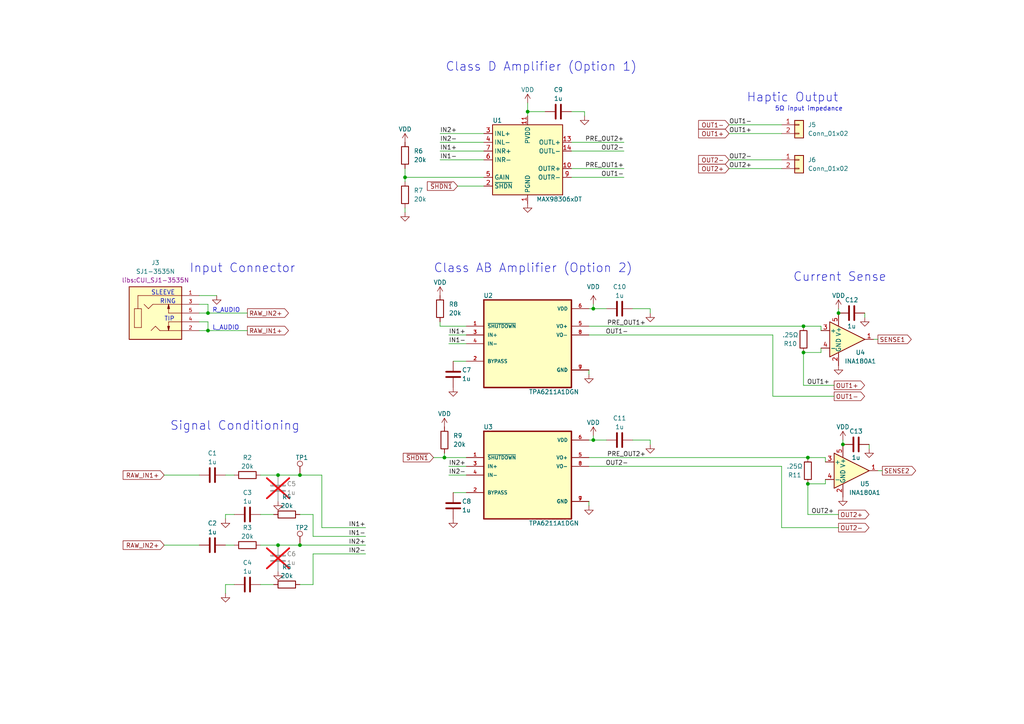
<source format=kicad_sch>
(kicad_sch (version 20231120) (generator "eeschema") (generator_version "8.0")
  (paper "A4")
  (lib_symbols
    (symbol "Amplifier_Audio:MAX98306xDT"
      (property "Reference" "U" (at 10.16 14.605 0))
      (property "Value" "MAX98306xDT" (at 10.16 12.065 0))
      (symbol "MAX98306xDT_0_1"
        (rectangle (start -10.16 10.16) (end 10.16 -10.16) (stroke (width 0.254)) (fill (type background)))
      )
      (symbol "MAX98306xDT_1_1"
        (pin power_in line (at 0 -12.7 90) (length 2.54) (name "PGND") (number "1"))
        (pin power_out line (at 12.7 -2.54 180) (length 2.54) (name "OUTR+") (number "10"))
        (pin power_in line (at 0 12.7 270) (length 2.54) (name "PVDD") (number "11"))
        (pin passive line (at 0 12.7 270) (length 2.54) hide (name "PVDD") (number "12"))
        (pin power_out line (at 12.7 5.08 180) (length 2.54) (name "OUTL+") (number "13"))
        (pin power_out line (at 12.7 2.54 180) (length 2.54) (name "OUTL-") (number "14"))
        (pin passive line (at 0 -12.7 90) (length 2.54) hide (name "PGND") (number "15"))
        (pin input line (at -12.7 -7.62 0) (length 2.54) (name "~{SHDN}") (number "2"))
        (pin input line (at -12.7 7.62 0) (length 2.54) (name "INL+") (number "3"))
        (pin input line (at -12.7 5.08 0) (length 2.54) (name "INL-") (number "4"))
        (pin input line (at -12.7 -5.08 0) (length 2.54) (name "GAIN") (number "5"))
        (pin input line (at -12.7 0 0) (length 2.54) (name "INR-") (number "6"))
        (pin input line (at -12.7 2.54 0) (length 2.54) (name "INR+") (number "7"))
        (pin passive line (at 0 -12.7 90) (length 2.54) hide (name "PGND") (number "8"))
        (pin power_out line (at 12.7 -5.08 180) (length 2.54) (name "OUTR-") (number "9"))
      )
    )
    (symbol "Amplifier_Current:INA180A1" (pin_names (offset 0.127))
      (property "Reference" "U" (at 3.81 3.81 0))
      (property "Value" "INA180A1" (at 3.81 -2.54 0))
      (symbol "INA180A1_0_1"
        (polyline (pts (xy 5.08 0) (xy -5.08 5.08) (xy -5.08 -5.08) (xy 5.08 0)) (stroke (width 0.254)) (fill (type background)))
      )
      (symbol "INA180A1_1_1"
        (pin output line (at 7.62 0 180) (length 2.54) (name "~") (number "1"))
        (pin power_in line (at -2.54 -7.62 90) (length 3.81) (name "GND") (number "2"))
        (pin input line (at -7.62 2.54 0) (length 2.54) (name "+") (number "3"))
        (pin input line (at -7.62 -2.54 0) (length 2.54) (name "-") (number "4"))
        (pin power_in line (at -2.54 7.62 270) (length 3.81) (name "V+") (number "5"))
      )
    )
    (symbol "Connector:TestPoint" (pin_numbers hide) (pin_names (offset 0.762) hide)
      (property "Reference" "TP" (at 0 6.858 0))
      (property "Value" "TestPoint" (at 0 5.08 0))
      (symbol "TestPoint_0_1"
        (circle (center 0 3.302) (radius 0.762))
      )
      (symbol "TestPoint_1_1"
        (pin passive line (at 0 0 90) (length 2.54) (name "1") (number "1"))
      )
    )
    (symbol "Connector_Generic:Conn_01x02" (pin_names (offset 1.016) hide)
      (property "Reference" "J" (at 0 2.54 0))
      (property "Value" "Conn_01x02" (at 0 -5.08 0))
      (symbol "Conn_01x02_1_1"
        (rectangle (start -1.27 -2.413) (end 0 -2.667) (stroke (width 0.1524)))
        (rectangle (start -1.27 0.127) (end 0 -0.127) (stroke (width 0.1524)))
        (rectangle (start -1.27 1.27) (end 1.27 -3.81) (stroke (width 0.254)) (fill (type background)))
        (pin passive line (at -5.08 0 0) (length 3.81) (name "Pin_1") (number "1"))
        (pin passive line (at -5.08 -2.54 0) (length 3.81) (name "Pin_2") (number "2"))
      )
    )
    (symbol "Device:C" (pin_numbers hide) (pin_names (offset 0.254))
      (property "Reference" "C" (at 0.635 2.54 0))
      (property "Value" "C" (at 0.635 -2.54 0))
      (symbol "C_0_1"
        (polyline (pts (xy -2.032 -0.762) (xy 2.032 -0.762)) (stroke (width 0.508)))
        (polyline (pts (xy -2.032 0.762) (xy 2.032 0.762)) (stroke (width 0.508)))
      )
      (symbol "C_1_1"
        (pin passive line (at 0 3.81 270) (length 2.794) (name "~") (number "1"))
        (pin passive line (at 0 -3.81 90) (length 2.794) (name "~") (number "2"))
      )
    )
    (symbol "Device:R" (pin_numbers hide) (pin_names (offset 0))
      (property "Reference" "R" (at 2.032 0 90))
      (property "Value" "R" (at 0 0 90))
      (symbol "R_0_1"
        (rectangle (start -1.016 -2.54) (end 1.016 2.54) (stroke (width 0.254)))
      )
      (symbol "R_1_1"
        (pin passive line (at 0 3.81 270) (length 1.27) (name "~") (number "1"))
        (pin passive line (at 0 -3.81 90) (length 1.27) (name "~") (number "2"))
      )
    )
    (symbol "SJ1-3535N:SJ1-3535N" (pin_names (offset 1.016))
      (property "Reference" "J" (at -7.62 8.382 0))
      (property "Value" "SJ1-3535N" (at -7.62 -10.16 0))
      (symbol "SJ1-3535N_0_0"
        (rectangle (start -7.62 -7.62) (end 7.62 7.62) (stroke (width 0.254)) (fill (type background)))
        (polyline (pts (xy -6.096 -4.191) (xy -6.096 1.27)) (stroke (width 0.1524)))
        (polyline (pts (xy -6.096 1.27) (xy -5.08 1.27)) (stroke (width 0.1524)))
        (polyline (pts (xy -5.08 1.27) (xy -4.064 1.27)) (stroke (width 0.1524)))
        (polyline (pts (xy -5.08 5.08) (xy -5.08 1.27)) (stroke (width 0.1524)))
        (polyline (pts (xy -4.064 -4.191) (xy -6.096 -4.191)) (stroke (width 0.1524)))
        (polyline (pts (xy -4.064 1.27) (xy -4.064 -4.191)) (stroke (width 0.1524)))
        (polyline (pts (xy -2.032 1.27) (xy -3.302 2.54)) (stroke (width 0.1524)))
        (polyline (pts (xy -0.762 2.54) (xy -2.032 1.27)) (stroke (width 0.1524)))
        (polyline (pts (xy 0 -3.81) (xy -1.27 -5.08)) (stroke (width 0.1524)))
        (polyline (pts (xy 1.27 -5.08) (xy 0 -3.81)) (stroke (width 0.1524)))
        (polyline (pts (xy 3.81 -5.08) (xy 1.27 -5.08)) (stroke (width 0.1524)))
        (polyline (pts (xy 3.81 -5.08) (xy 3.81 -2.54)) (stroke (width 0.1524)))
        (polyline (pts (xy 3.81 0) (xy 3.81 2.54)) (stroke (width 0.1524)))
        (polyline (pts (xy 3.81 2.54) (xy -0.762 2.54)) (stroke (width 0.1524)))
        (polyline (pts (xy 7.62 -5.08) (xy 3.81 -5.08)) (stroke (width 0.1524)))
        (polyline (pts (xy 7.62 -2.54) (xy 3.81 -2.54)) (stroke (width 0.1524)))
        (polyline (pts (xy 7.62 0) (xy 3.81 0)) (stroke (width 0.1524)))
        (polyline (pts (xy 7.62 2.54) (xy 3.81 2.54)) (stroke (width 0.1524)))
        (polyline (pts (xy 7.62 5.08) (xy -5.08 5.08)) (stroke (width 0.1524)))
        (polyline (pts (xy 3.81 -5.08) (xy 3.4925 -3.81) (xy 4.1275 -3.81) (xy 3.81 -5.08)) (stroke (width 0.1524)) (fill (type outline)))
        (polyline (pts (xy 3.81 2.54) (xy 4.1275 1.27) (xy 3.4925 1.27) (xy 3.81 2.54)) (stroke (width 0.1524)) (fill (type outline)))
        (pin passive line (at 12.7 5.08 180) (length 5.08) (name "~") (number "1"))
        (pin passive line (at 12.7 -5.08 180) (length 5.08) (name "~") (number "2"))
        (pin passive line (at 12.7 2.54 180) (length 5.08) (name "~") (number "3"))
        (pin passive line (at 12.7 -2.54 180) (length 5.08) (name "~") (number "4"))
        (pin passive line (at 12.7 0 180) (length 5.08) (name "~") (number "5"))
      )
    )
    (symbol "TPA6211A1DGN:TPA6211A1DGN" (pin_names (offset 1.016))
      (property "Reference" "U" (at -12.7 13.7 0))
      (property "Value" "TPA6211A1DGN" (at -12.7 -16.7 0))
      (symbol "TPA6211A1DGN_0_0"
        (rectangle (start -12.7 -12.7) (end 12.7 12.7) (stroke (width 0.41)) (fill (type background)))
        (pin input line (at -17.78 5.08 0) (length 5.08) (name "~{SHUTDOWN}") (number "1"))
        (pin bidirectional line (at -17.78 -5.08 0) (length 5.08) (name "BYPASS") (number "2"))
        (pin input line (at -17.78 2.54 0) (length 5.08) (name "IN+") (number "3"))
        (pin input line (at -17.78 0 0) (length 5.08) (name "IN-") (number "4"))
        (pin output line (at 17.78 5.08 180) (length 5.08) (name "VO+") (number "5"))
        (pin power_in line (at 17.78 10.16 180) (length 5.08) (name "VDD") (number "6"))
        (pin power_in line (at 17.78 -7.62 180) (length 5.08) (name "GND") (number "7"))
        (pin output line (at 17.78 2.54 180) (length 5.08) (name "VO-") (number "8"))
        (pin power_in line (at 17.78 -7.62 180) (length 5.08) (name "GND") (number "9"))
      )
    )
    (symbol "power:GND" (power) (pin_names (offset 0))
      (property "Value" "GND" (at 0 -3.81 0))
      (symbol "GND_0_1"
        (polyline (pts (xy 0 0) (xy 0 -1.27) (xy 1.27 -1.27) (xy 0 -2.54) (xy -1.27 -1.27) (xy 0 -1.27)))
      )
      (symbol "GND_1_1"
        (pin power_in line (at 0 0 270) (length 0) hide (name "GND") (number "1"))
      )
    )
    (symbol "power:VDD" (power) (pin_names (offset 0))
      (property "Value" "VDD" (at 0 3.81 0))
      (symbol "VDD_0_1"
        (polyline (pts (xy -0.762 1.27) (xy 0 2.54)))
        (polyline (pts (xy 0 0) (xy 0 2.54)))
        (polyline (pts (xy 0 2.54) (xy 0.762 1.27)))
      )
      (symbol "VDD_1_1"
        (pin power_in line (at 0 0 90) (length 0) hide (name "VDD") (number "1"))
      )
    )
  )
  (junction (at 86.995 158.115))
  (junction (at 60.325 90.805))
  (junction (at 233.045 94.615))
  (junction (at 80.645 158.115))
  (junction (at 244.475 128.905))
  (junction (at 172.085 127.635))
  (junction (at 172.085 89.535))
  (junction (at 128.905 132.715))
  (junction (at 153.035 32.385))
  (junction (at 243.205 90.805))
  (junction (at 234.315 140.335))
  (junction (at 80.645 137.795))
  (junction (at 86.995 137.795))
  (junction (at 233.045 102.235))
  (junction (at 60.325 95.885))
  (junction (at 117.475 51.435))
  (junction (at 234.315 132.715))
  (wire (pts (xy 255.905 136.525) (xy 254.635 136.525)))
  (wire (pts (xy 211.455 36.195) (xy 226.695 36.195)))
  (wire (pts (xy 188.595 89.535) (xy 183.515 89.535)))
  (wire (pts (xy 233.045 102.235) (xy 238.125 102.235)))
  (wire (pts (xy 165.735 41.275) (xy 180.975 41.275)))
  (wire (pts (xy 57.785 90.805) (xy 60.325 90.805)))
  (wire (pts (xy 47.625 158.115) (xy 57.785 158.115)))
  (wire (pts (xy 86.995 137.795) (xy 80.645 137.795)))
  (wire (pts (xy 170.815 135.255) (xy 226.695 135.255)))
  (wire (pts (xy 172.085 89.535) (xy 170.815 89.535)))
  (wire (pts (xy 75.565 137.795) (xy 80.645 137.795)))
  (wire (pts (xy 243.205 89.535) (xy 243.205 90.805)))
  (wire (pts (xy 188.595 127.635) (xy 183.515 127.635)))
  (wire (pts (xy 65.405 158.115) (xy 67.945 158.115)))
  (wire (pts (xy 238.125 95.885) (xy 238.125 94.615)))
  (wire (pts (xy 57.785 93.345) (xy 60.325 93.345)))
  (wire (pts (xy 93.345 153.035) (xy 93.345 137.795)))
  (wire (pts (xy 86.995 149.225) (xy 90.805 149.225)))
  (wire (pts (xy 211.455 46.355) (xy 226.695 46.355)))
  (wire (pts (xy 60.325 90.805) (xy 71.755 90.805)))
  (wire (pts (xy 252.095 128.905) (xy 252.095 130.175)))
  (wire (pts (xy 127.635 94.615) (xy 127.635 93.345)))
  (wire (pts (xy 65.405 137.795) (xy 67.945 137.795)))
  (wire (pts (xy 169.545 32.385) (xy 169.545 33.655)))
  (wire (pts (xy 57.785 85.725) (xy 62.865 85.725)))
  (wire (pts (xy 90.805 160.655) (xy 90.805 169.545)))
  (wire (pts (xy 75.565 149.225) (xy 79.375 149.225)))
  (wire (pts (xy 117.475 48.895) (xy 117.475 51.435)))
  (wire (pts (xy 80.645 158.115) (xy 86.995 158.115)))
  (wire (pts (xy 238.125 102.235) (xy 238.125 100.965)))
  (wire (pts (xy 65.405 172.085) (xy 65.405 169.545)))
  (wire (pts (xy 153.035 32.385) (xy 158.115 32.385)))
  (wire (pts (xy 250.825 90.805) (xy 250.825 92.075)))
  (wire (pts (xy 226.695 135.255) (xy 226.695 153.035)))
  (wire (pts (xy 128.905 132.715) (xy 135.255 132.715)))
  (wire (pts (xy 239.395 140.335) (xy 239.395 139.065)))
  (wire (pts (xy 90.805 155.575) (xy 90.805 149.225)))
  (wire (pts (xy 188.595 90.805) (xy 188.595 89.535)))
  (wire (pts (xy 188.595 128.905) (xy 188.595 127.635)))
  (wire (pts (xy 60.325 95.885) (xy 71.755 95.885)))
  (wire (pts (xy 243.205 149.225) (xy 234.315 149.225)))
  (wire (pts (xy 170.815 107.315) (xy 170.815 108.585)))
  (wire (pts (xy 127.635 38.735) (xy 140.335 38.735)))
  (wire (pts (xy 224.155 114.935) (xy 241.935 114.935)))
  (wire (pts (xy 65.405 149.225) (xy 67.945 149.225)))
  (wire (pts (xy 234.315 149.225) (xy 234.315 140.335)))
  (wire (pts (xy 233.045 111.76) (xy 233.045 102.235)))
  (wire (pts (xy 127.635 43.815) (xy 140.335 43.815)))
  (wire (pts (xy 130.175 99.695) (xy 135.255 99.695)))
  (wire (pts (xy 233.045 94.615) (xy 238.125 94.615)))
  (wire (pts (xy 211.455 48.895) (xy 226.695 48.895)))
  (wire (pts (xy 239.395 133.985) (xy 239.395 132.715)))
  (wire (pts (xy 224.155 97.155) (xy 224.155 114.935)))
  (wire (pts (xy 117.475 61.595) (xy 117.475 60.325)))
  (wire (pts (xy 172.085 127.635) (xy 175.895 127.635)))
  (wire (pts (xy 117.475 51.435) (xy 117.475 52.705)))
  (wire (pts (xy 60.325 93.345) (xy 60.325 95.885)))
  (wire (pts (xy 172.085 126.365) (xy 172.085 127.635)))
  (wire (pts (xy 244.475 127.635) (xy 244.475 128.905)))
  (wire (pts (xy 170.815 94.615) (xy 233.045 94.615)))
  (wire (pts (xy 127.635 41.275) (xy 140.335 41.275)))
  (wire (pts (xy 165.735 48.895) (xy 180.975 48.895)))
  (wire (pts (xy 86.995 158.115) (xy 106.045 158.115)))
  (wire (pts (xy 65.405 169.545) (xy 67.945 169.545)))
  (wire (pts (xy 86.995 137.795) (xy 93.345 137.795)))
  (wire (pts (xy 165.735 32.385) (xy 169.545 32.385)))
  (wire (pts (xy 211.455 38.735) (xy 226.695 38.735)))
  (wire (pts (xy 165.735 43.815) (xy 180.975 43.815)))
  (wire (pts (xy 47.625 137.795) (xy 57.785 137.795)))
  (wire (pts (xy 128.905 131.445) (xy 128.905 132.715)))
  (wire (pts (xy 233.045 111.76) (xy 241.935 111.76)))
  (wire (pts (xy 130.175 137.795) (xy 135.255 137.795)))
  (wire (pts (xy 132.715 53.975) (xy 140.335 53.975)))
  (wire (pts (xy 170.815 132.715) (xy 234.315 132.715)))
  (wire (pts (xy 172.085 127.635) (xy 170.815 127.635)))
  (wire (pts (xy 79.375 169.545) (xy 75.565 169.545)))
  (wire (pts (xy 170.815 97.155) (xy 224.155 97.155)))
  (wire (pts (xy 131.445 142.875) (xy 135.255 142.875)))
  (wire (pts (xy 127.635 46.355) (xy 140.335 46.355)))
  (wire (pts (xy 117.475 51.435) (xy 140.335 51.435)))
  (wire (pts (xy 172.085 89.535) (xy 175.895 89.535)))
  (wire (pts (xy 125.73 132.715) (xy 128.905 132.715)))
  (wire (pts (xy 153.035 29.845) (xy 153.035 32.385)))
  (wire (pts (xy 170.815 145.415) (xy 170.815 146.685)))
  (wire (pts (xy 127.635 94.615) (xy 135.255 94.615)))
  (wire (pts (xy 131.445 104.775) (xy 135.255 104.775)))
  (wire (pts (xy 130.175 135.255) (xy 135.255 135.255)))
  (wire (pts (xy 90.805 160.655) (xy 106.045 160.655)))
  (wire (pts (xy 57.785 88.265) (xy 60.325 88.265)))
  (wire (pts (xy 75.565 158.115) (xy 80.645 158.115)))
  (wire (pts (xy 172.085 88.265) (xy 172.085 89.535)))
  (wire (pts (xy 130.175 97.155) (xy 135.255 97.155)))
  (wire (pts (xy 226.695 153.035) (xy 243.205 153.035)))
  (wire (pts (xy 93.345 153.035) (xy 106.045 153.035)))
  (wire (pts (xy 234.315 132.715) (xy 239.395 132.715)))
  (wire (pts (xy 234.315 140.335) (xy 239.395 140.335)))
  (wire (pts (xy 65.405 150.495) (xy 65.405 149.225)))
  (wire (pts (xy 165.735 51.435) (xy 180.975 51.435)))
  (wire (pts (xy 57.785 95.885) (xy 60.325 95.885)))
  (wire (pts (xy 60.325 88.265) (xy 60.325 90.805)))
  (wire (pts (xy 254.635 98.425) (xy 253.365 98.425)))
  (wire (pts (xy 90.805 155.575) (xy 106.045 155.575)))
  (wire (pts (xy 153.035 32.385) (xy 153.035 33.655)))
  (wire (pts (xy 86.995 169.545) (xy 90.805 169.545)))
  (text "Signal Conditioning" (at 86.995 125.095 0) (effects (font (size 2.54 2.54)) (justify right bottom)))
  (text "RING" (at 46.355 88.265 0) (effects (font (size 1.27 1.27)) (justify left bottom)))
  (text "5Ω input impedance" (at 244.475 32.385 0) (effects (font (size 1.27 1.27)) (justify right bottom)))
  (text "Input Connector" (at 85.725 79.375 0) (effects (font (size 2.54 2.54)) (justify right bottom)))
  (text "TIP\n" (at 47.625 93.345 0) (effects (font (size 1.27 1.27)) (justify left bottom)))
  (text "Current Sense" (at 257.175 81.915 0) (effects (font (size 2.54 2.54)) (justify right bottom)))
  (text "Class AB Amplifier (Option 2)" (at 183.515 79.375 0) (effects (font (size 2.54 2.54)) (justify right bottom)))
  (text "SLEEVE" (at 43.815 85.725 0) (effects (font (size 1.27 1.27)) (justify left bottom)))
  (text "R_AUDIO" (at 61.595 90.805 0) (effects (font (size 1.27 1.27)) (justify left bottom)))
  (text "Haptic Output" (at 243.205 29.845 0) (effects (font (size 2.54 2.54)) (justify right bottom)))
  (text "Class D Amplifier (Option 1)" (at 184.785 20.955 0) (effects (font (size 2.54 2.54)) (justify right bottom)))
  (text "L_AUDIO" (at 61.595 95.885 0) (effects (font (size 1.27 1.27)) (justify left bottom)))
  (label "OUT1+" (at 240.665 111.76 180))
  (label "IN1+" (at 106.045 153.035 180))
  (label "IN1-" (at 106.045 155.575 180))
  (label "OUT1-" (at 211.455 36.195 0))
  (label "IN1+" (at 130.175 97.155 0))
  (label "PRE_OUT2+" (at 180.975 41.275 180))
  (label "IN1-" (at 130.175 99.695 0))
  (label "PRE_OUT1+" (at 187.325 94.615 180))
  (label "OUT2-" (at 182.245 135.255 180))
  (label "OUT1-" (at 182.245 97.155 180))
  (label "PRE_OUT1+" (at 180.975 48.895 180))
  (label "OUT1+" (at 211.455 38.735 0))
  (label "IN1+" (at 127.635 43.815 0))
  (label "IN2+" (at 127.635 38.735 0))
  (label "IN2-" (at 127.635 41.275 0))
  (label "IN2-" (at 130.175 137.795 0))
  (label "OUT2-" (at 180.975 43.815 180))
  (label "IN2-" (at 106.045 160.655 180))
  (label "IN1-" (at 127.635 46.355 0))
  (label "PRE_OUT2+" (at 187.325 132.715 180))
  (label "OUT2+" (at 241.935 149.225 180))
  (label "OUT2+" (at 211.455 48.895 0))
  (label "OUT2-" (at 211.455 46.355 0))
  (label "OUT1-" (at 180.975 51.435 180))
  (label "IN2+" (at 106.045 158.115 180))
  (label "IN2+" (at 130.175 135.255 0))
  (global_label "SENSE1" (shape output) (at 254.635 98.425 0) (property "Intersheetrefs" "${INTERSHEET_REFS}" (effects (hide yes))))
  (global_label "RAW_IN1+" (shape input) (at 47.625 137.795 180) (property "Intersheetrefs" "${INTERSHEET_REFS}" (effects (hide yes))))
  (global_label "OUT1+" (shape output) (at 241.935 111.76 0) (property "Intersheetrefs" "${INTERSHEET_REFS}" (effects (hide yes))))
  (global_label "RAW_IN2+" (shape input) (at 47.625 158.115 180) (property "Intersheetrefs" "${INTERSHEET_REFS}" (effects (hide yes))))
  (global_label "OUT2-" (shape input) (at 211.455 46.355 180) (property "Intersheetrefs" "${INTERSHEET_REFS}" (effects (hide yes))))
  (global_label "OUT1-" (shape input) (at 211.455 36.195 180) (property "Intersheetrefs" "${INTERSHEET_REFS}" (effects (hide yes))))
  (global_label "OUT1+" (shape input) (at 211.455 38.735 180) (property "Intersheetrefs" "${INTERSHEET_REFS}" (effects (hide yes))))
  (global_label "OUT2-" (shape output) (at 243.205 153.035 0) (property "Intersheetrefs" "${INTERSHEET_REFS}" (effects (hide yes))))
  (global_label "OUT2+" (shape output) (at 243.205 149.225 0) (property "Intersheetrefs" "${INTERSHEET_REFS}" (effects (hide yes))))
  (global_label "~{SHDN1}" (shape input) (at 125.73 132.715 180) (property "Intersheetrefs" "${INTERSHEET_REFS}" (effects (hide yes))))
  (global_label "OUT1-" (shape output) (at 241.935 114.935 0) (property "Intersheetrefs" "${INTERSHEET_REFS}" (effects (hide yes))))
  (global_label "~{SHDN1}" (shape input) (at 132.715 53.975 180) (property "Intersheetrefs" "${INTERSHEET_REFS}" (effects (hide yes))))
  (global_label "SENSE2" (shape output) (at 255.905 136.525 0) (property "Intersheetrefs" "${INTERSHEET_REFS}" (effects (hide yes))))
  (global_label "OUT2+" (shape input) (at 211.455 48.895 180) (property "Intersheetrefs" "${INTERSHEET_REFS}" (effects (hide yes))))
  (global_label "RAW_IN2+" (shape output) (at 71.755 90.805 0) (property "Intersheetrefs" "${INTERSHEET_REFS}" (effects (hide yes))))
  (global_label "RAW_IN1+" (shape output) (at 71.755 95.885 0) (property "Intersheetrefs" "${INTERSHEET_REFS}" (effects (hide yes))))
  (symbol (lib_id "Device:C") (at 80.645 141.605 0) (unit 1) (on_board no) (dnp yes)
    (property "Reference" "C5" (at 83.185 140.335 0) (effects (justify left)))
    (property "Value" "1u" (at 83.185 142.875 0) (effects (justify left)))
    (property "Footprint" "Capacitor_SMD:C_0603_1608Metric" (effects (hide yes)))
  )
  (symbol (lib_id "power:GND") (at 170.815 108.585 0) (unit 1)
    (property "Reference" "#PWR021" (effects (hide yes)))
    (property "Value" "GND" (effects (hide yes)))
  )
  (symbol (lib_id "power:VDD") (at 153.035 29.845 0) (unit 1)
    (property "Reference" "#PWR018" (effects (hide yes)))
    (property "Value" "VDD" (at 153.035 26.035 0))
  )
  (symbol (lib_id "Amplifier_Audio:MAX98306xDT") (at 153.035 46.355 0) (unit 1)
    (property "Reference" "U1" (at 142.875 34.925 0) (effects (justify left)))
    (property "Value" "MAX98306xDT" (at 155.575 57.785 0) (effects (justify left)))
    (property "Footprint" "Package_DFN_QFN:TDFN-14-1EP_3x3mm_P0.4mm_EP1.78x2.35mm" (effects (hide yes)))
    (property "Datasheet" "https://datasheets.maximintegrated.com/en/ds/MAX98306.pdf" (effects (hide yes)))
  )
  (symbol (lib_id "power:GND") (at 117.475 61.595 0) (unit 1)
    (property "Reference" "#PWR013" (effects (hide yes)))
    (property "Value" "GND" (effects (hide yes)))
  )
  (symbol (lib_id "power:GND") (at 153.035 59.055 0) (unit 1)
    (property "Reference" "#PWR019" (effects (hide yes)))
    (property "Value" "GND" (effects (hide yes)))
  )
  (symbol (lib_id "Device:C") (at 61.595 158.115 90) (unit 1)
    (property "Reference" "C2" (at 61.595 151.765 90))
    (property "Value" "1u" (at 61.595 154.305 90))
    (property "Footprint" "Capacitor_SMD:C_0603_1608Metric" (effects (hide yes)))
  )
  (symbol (lib_id "Device:C") (at 179.705 127.635 90) (unit 1)
    (property "Reference" "C11" (at 179.705 121.285 90))
    (property "Value" "1u" (at 179.705 123.825 90))
    (property "Footprint" "Capacitor_SMD:C_0603_1608Metric" (effects (hide yes)))
  )
  (symbol (lib_id "Amplifier_Current:INA180A1") (at 245.745 98.425 0) (unit 1)
    (property "Reference" "U4" (at 249.555 102.235 0))
    (property "Value" "INA180A1" (at 249.555 104.775 0))
    (property "Footprint" "Package_TO_SOT_SMD:SOT-23-5" (effects (hide yes)))
    (property "Datasheet" "http://www.ti.com/lit/ds/symlink/ina180.pdf" (effects (hide yes)))
  )
  (symbol (lib_id "Connector:TestPoint") (at 86.995 137.795 0) (unit 1)
    (property "Reference" "TP1" (at 85.725 132.715 0) (effects (justify left)))
    (property "Value" "TestPoint" (effects (hide yes)))
    (property "Footprint" "TestPoint:TestPoint_THTPad_2.0x2.0mm_Drill1.0mm" (effects (hide yes)))
  )
  (symbol (lib_id "Device:C") (at 71.755 149.225 90) (unit 1)
    (property "Reference" "C3" (at 71.755 142.875 90))
    (property "Value" "1u" (at 71.755 145.415 90))
    (property "Footprint" "Capacitor_SMD:C_0603_1608Metric" (effects (hide yes)))
  )
  (symbol (lib_id "power:GND") (at 188.595 90.805 0) (unit 1)
    (property "Reference" "#PWR025" (effects (hide yes)))
    (property "Value" "GND" (effects (hide yes)))
  )
  (symbol (lib_id "Device:R") (at 234.315 136.525 0) (mirror y) (unit 1)
    (property "Reference" "R11" (at 230.505 137.795 0))
    (property "Value" ".25Ω" (at 230.505 135.255 0))
    (property "Footprint" "Resistor_SMD:R_0805_2012Metric" (effects (hide yes)))
  )
  (symbol (lib_id "Device:R") (at 71.755 158.115 90) (unit 1)
    (property "Reference" "R3" (at 71.755 153.035 90))
    (property "Value" "20k" (at 71.755 155.575 90))
    (property "Footprint" "Resistor_SMD:R_0603_1608Metric" (effects (hide yes)))
  )
  (symbol (lib_id "Amplifier_Current:INA180A1") (at 247.015 136.525 0) (unit 1)
    (property "Reference" "U5" (at 250.825 140.335 0))
    (property "Value" "INA180A1" (at 250.825 142.875 0))
    (property "Footprint" "Package_TO_SOT_SMD:SOT-23-5" (effects (hide yes)))
    (property "Datasheet" "http://www.ti.com/lit/ds/symlink/ina180.pdf" (effects (hide yes)))
  )
  (symbol (lib_id "power:VDD") (at 172.085 88.265 0) (unit 1)
    (property "Reference" "#PWR023" (effects (hide yes)))
    (property "Value" "VDD" (at 172.085 83.185 0))
  )
  (symbol (lib_id "power:GND") (at 170.815 146.685 0) (unit 1)
    (property "Reference" "#PWR022" (effects (hide yes)))
    (property "Value" "GND" (effects (hide yes)))
  )
  (symbol (lib_id "Device:C") (at 179.705 89.535 90) (unit 1)
    (property "Reference" "C10" (at 179.705 83.185 90))
    (property "Value" "1u" (at 179.705 85.725 90))
    (property "Footprint" "Capacitor_SMD:C_0603_1608Metric" (effects (hide yes)))
  )
  (symbol (lib_id "power:VDD") (at 244.475 127.635 0) (unit 1)
    (property "Reference" "#PWR029" (effects (hide yes)))
    (property "Value" "VDD" (at 244.475 123.825 0))
  )
  (symbol (lib_id "Device:C") (at 80.645 161.925 0) (unit 1) (on_board no) (dnp yes)
    (property "Reference" "C6" (at 83.185 160.655 0) (effects (justify left)))
    (property "Value" "1u" (at 83.185 163.195 0) (effects (justify left)))
    (property "Footprint" "Capacitor_SMD:C_0603_1608Metric" (effects (hide yes)))
  )
  (symbol (lib_id "Device:R") (at 83.185 149.225 90) (unit 1)
    (property "Reference" "R4" (at 83.185 144.145 90))
    (property "Value" "20k" (at 83.185 146.685 90))
    (property "Footprint" "Resistor_SMD:R_0603_1608Metric" (effects (hide yes)))
  )
  (symbol (lib_id "power:GND") (at 131.445 150.495 0) (unit 1)
    (property "Reference" "#PWR017" (effects (hide yes)))
    (property "Value" "GND" (effects (hide yes)))
  )
  (symbol (lib_id "Connector_Generic:Conn_01x02") (at 231.775 36.195 0) (unit 1)
    (property "Reference" "J5" (at 234.315 36.195 0) (effects (justify left)))
    (property "Value" "Conn_01x02" (at 234.315 38.735 0) (effects (justify left)))
    (property "Footprint" "Connector_PinHeader_2.54mm:PinHeader_1x02_P2.54mm_Vertical" (effects (hide yes)))
  )
  (symbol (lib_id "Device:R") (at 233.045 98.425 0) (mirror y) (unit 1)
    (property "Reference" "R10" (at 229.235 99.695 0))
    (property "Value" ".25Ω" (at 229.235 97.155 0))
    (property "Footprint" "Resistor_SMD:R_0805_2012Metric" (effects (hide yes)))
  )
  (symbol (lib_id "power:GND") (at 62.865 85.725 0) (unit 1)
    (property "Reference" "#PWR07" (effects (hide yes)))
    (property "Value" "GND" (effects (hide yes)))
  )
  (symbol (lib_id "Connector:TestPoint") (at 86.995 158.115 0) (unit 1)
    (property "Reference" "TP2" (at 85.725 153.035 0) (effects (justify left)))
    (property "Value" "TestPoint" (effects (hide yes)))
    (property "Footprint" "TestPoint:TestPoint_THTPad_2.0x2.0mm_Drill1.0mm" (effects (hide yes)))
  )
  (symbol (lib_id "power:VDD") (at 172.085 126.365 0) (unit 1)
    (property "Reference" "#PWR024" (effects (hide yes)))
    (property "Value" "VDD" (at 172.085 122.555 0))
  )
  (symbol (lib_id "power:VDD") (at 117.475 41.275 0) (unit 1)
    (property "Reference" "#PWR012" (effects (hide yes)))
    (property "Value" "VDD" (at 117.475 37.465 0))
  )
  (symbol (lib_id "power:GND") (at 65.405 150.495 0) (unit 1)
    (property "Reference" "#PWR08" (effects (hide yes)))
    (property "Value" "GND" (effects (hide yes)))
  )
  (symbol (lib_id "power:GND") (at 131.445 112.395 0) (unit 1)
    (property "Reference" "#PWR016" (effects (hide yes)))
    (property "Value" "GND" (effects (hide yes)))
  )
  (symbol (lib_id "SJ1-3535N:SJ1-3535N") (at 45.085 90.805 0) (unit 1)
    (property "Reference" "J3" (at 45.085 76.2 0))
    (property "Value" "SJ1-3535N" (at 45.085 78.74 0))
    (property "Footprint" "libs:CUI_SJ1-3535N" (at 45.085 81.28 0))
    (property "Description" "3.5 mm Right-Angle Stereo Jack, 5 Pin PCB Mount, Non-Threaded" (effects (hide yes)))
    (property "MF" "CUI Devices" (effects (hide yes)))
    (property "MAXIMUM_PACKAGE_HEIGHT" "12.8 mm" (effects (hide yes)))
    (property "Package" "None" (effects (hide yes)))
    (property "Price" "None" (effects (hide yes)))
    (property "Check_prices" "https://www.snapeda.com/parts/SJ1-3535N/CUI+Devices/view-part/?ref=eda" (effects (hide yes)))
    (property "STANDARD" "Manufacturer Recommendations" (effects (hide yes)))
    (property "PARTREV" "1.03" (effects (hide yes)))
    (property "SnapEDA_Link" "https://www.snapeda.com/parts/SJ1-3535N/CUI+Devices/view-part/?ref=snap" (effects (hide yes)))
    (property "MP" "SJ1-3535N" (effects (hide yes)))
    (property "Purchase-URL" "https://www.snapeda.com/api/url_track_click_mouser/?unipart_id=533084&manufacturer=CUI Devices&part_name=SJ1-3535N&search_term=sj1-3535n" (effects (hide yes)))
    (property "CUI_purchase_URL" "https://www.cuidevices.com/product/interconnect/connectors/audio-connectors/jacks/sj1-3535n?utm_source=snapeda.com&utm_medium=referral&utm_campaign=snapedaBOM" (effects (hide yes)))
    (property "Availability" "In Stock" (effects (hide yes)))
    (property "MANUFACTURER" "CUI Devices" (effects (hide yes)))
  )
  (symbol (lib_id "Device:C") (at 247.015 90.805 90) (unit 1)
    (property "Reference" "C12" (at 247.015 86.995 90))
    (property "Value" "1u" (at 247.015 94.615 90))
    (property "Footprint" "Capacitor_SMD:C_0603_1608Metric" (effects (hide yes)))
  )
  (symbol (lib_id "TPA6211A1DGN:TPA6211A1DGN") (at 153.035 137.795 0) (unit 1)
    (property "Reference" "U3" (at 141.605 123.825 0))
    (property "Value" "TPA6211A1DGN" (at 160.655 151.765 0))
    (property "Footprint" "libs:SOP65P490X110-9N" (effects (hide yes)))
    (property "Description" " 3.1-W, mono, analog input Class-AB audio amplifier " (effects (hide yes)))
    (property "MF" "Texas Instruments" (effects (hide yes)))
    (property "Package" "HVSSOP-8 Texas Instruments" (effects (hide yes)))
    (property "Price" "None" (effects (hide yes)))
    (property "SnapEDA_Link" "https://www.snapeda.com/parts/TPA6211A1DGN/Texas+Instruments/view-part/?ref=snap" (effects (hide yes)))
    (property "MP" "TPA6211A1DGN" (effects (hide yes)))
    (property "Purchase-URL" "https://www.snapeda.com/api/url_track_click_mouser/?unipart_id=271385&manufacturer=Texas Instruments&part_name=TPA6211A1DGN&search_term=None" (effects (hide yes)))
    (property "Availability" "In Stock" (effects (hide yes)))
    (property "Check_prices" "https://www.snapeda.com/parts/TPA6211A1DGN/Texas+Instruments/view-part/?ref=eda" (effects (hide yes)))
  )
  (symbol (lib_id "power:GND") (at 80.645 165.735 0) (unit 1)
    (property "Reference" "#PWR011" (effects (hide yes)))
    (property "Value" "GND" (effects (hide yes)))
  )
  (symbol (lib_id "power:GND") (at 169.545 33.655 0) (unit 1)
    (property "Reference" "#PWR020" (effects (hide yes)))
    (property "Value" "GND" (effects (hide yes)))
  )
  (symbol (lib_id "power:VDD") (at 127.635 85.725 0) (unit 1)
    (property "Reference" "#PWR014" (effects (hide yes)))
    (property "Value" "VDD" (at 127.635 81.915 0))
  )
  (symbol (lib_id "Device:R") (at 128.905 127.635 0) (unit 1)
    (property "Reference" "R9" (at 131.445 126.365 0) (effects (justify left)))
    (property "Value" "20k" (at 131.445 128.905 0) (effects (justify left)))
    (property "Footprint" "Resistor_SMD:R_0603_1608Metric" (effects (hide yes)))
  )
  (symbol (lib_id "power:GND") (at 250.825 92.075 0) (unit 1)
    (property "Reference" "#PWR031" (effects (hide yes)))
    (property "Value" "GND" (effects (hide yes)))
  )
  (symbol (lib_id "TPA6211A1DGN:TPA6211A1DGN") (at 153.035 99.695 0) (unit 1)
    (property "Reference" "U2" (at 141.605 85.725 0))
    (property "Value" "TPA6211A1DGN" (at 160.655 113.665 0))
    (property "Footprint" "libs:SOP65P490X110-9N" (effects (hide yes)))
    (property "Description" "\n3.1-W, mono, analog input Class-AB audio amplifier\n" (effects (hide yes)))
    (property "MF" "Texas Instruments" (effects (hide yes)))
    (property "Package" "HVSSOP-8 Texas Instruments" (effects (hide yes)))
    (property "Price" "None" (effects (hide yes)))
    (property "SnapEDA_Link" "https://www.snapeda.com/parts/TPA6211A1DGN/Texas+Instruments/view-part/?ref=snap" (effects (hide yes)))
    (property "MP" "TPA6211A1DGN" (effects (hide yes)))
    (property "Purchase-URL" "https://www.snapeda.com/api/url_track_click_mouser/?unipart_id=271385&manufacturer=Texas Instruments&part_name=TPA6211A1DGN&search_term=None" (effects (hide yes)))
    (property "Availability" "In Stock" (effects (hide yes)))
    (property "Check_prices" "https://www.snapeda.com/parts/TPA6211A1DGN/Texas+Instruments/view-part/?ref=eda" (effects (hide yes)))
  )
  (symbol (lib_id "power:VDD") (at 243.205 89.535 0) (unit 1)
    (property "Reference" "#PWR027" (effects (hide yes)))
    (property "Value" "VDD" (at 243.205 85.725 0))
  )
  (symbol (lib_id "power:VDD") (at 128.905 123.825 0) (unit 1)
    (property "Reference" "#PWR015" (effects (hide yes)))
    (property "Value" "VDD" (at 128.905 120.015 0))
  )
  (symbol (lib_id "power:GND") (at 244.475 144.145 0) (unit 1)
    (property "Reference" "#PWR030" (effects (hide yes)))
    (property "Value" "GND" (effects (hide yes)))
  )
  (symbol (lib_id "power:GND") (at 252.095 130.175 0) (unit 1)
    (property "Reference" "#PWR032" (effects (hide yes)))
    (property "Value" "GND" (effects (hide yes)))
  )
  (symbol (lib_id "Device:C") (at 131.445 108.585 0) (unit 1)
    (property "Reference" "C7" (at 133.985 107.315 0) (effects (justify left)))
    (property "Value" "1u" (at 133.985 109.855 0) (effects (justify left)))
    (property "Footprint" "Capacitor_SMD:C_0603_1608Metric" (effects (hide yes)))
  )
  (symbol (lib_id "Connector_Generic:Conn_01x02") (at 231.775 46.355 0) (unit 1)
    (property "Reference" "J6" (at 234.315 46.355 0) (effects (justify left)))
    (property "Value" "Conn_01x02" (at 234.315 48.895 0) (effects (justify left)))
    (property "Footprint" "Connector_PinHeader_2.54mm:PinHeader_1x02_P2.54mm_Vertical" (effects (hide yes)))
  )
  (symbol (lib_id "power:GND") (at 188.595 128.905 0) (unit 1)
    (property "Reference" "#PWR026" (effects (hide yes)))
    (property "Value" "GND" (effects (hide yes)))
  )
  (symbol (lib_id "power:GND") (at 243.205 106.045 0) (unit 1)
    (property "Reference" "#PWR028" (effects (hide yes)))
    (property "Value" "GND" (effects (hide yes)))
  )
  (symbol (lib_id "Device:C") (at 71.755 169.545 90) (unit 1)
    (property "Reference" "C4" (at 71.755 163.195 90))
    (property "Value" "1u" (at 71.755 165.735 90))
    (property "Footprint" "Capacitor_SMD:C_0603_1608Metric" (effects (hide yes)))
  )
  (symbol (lib_id "Device:R") (at 127.635 89.535 0) (unit 1)
    (property "Reference" "R8" (at 130.175 88.265 0) (effects (justify left)))
    (property "Value" "20k" (at 130.175 90.805 0) (effects (justify left)))
    (property "Footprint" "Resistor_SMD:R_0603_1608Metric" (effects (hide yes)))
  )
  (symbol (lib_id "Device:R") (at 117.475 45.085 0) (unit 1)
    (property "Reference" "R6" (at 120.015 43.815 0) (effects (justify left)))
    (property "Value" "20k" (at 120.015 46.355 0) (effects (justify left)))
    (property "Footprint" "Resistor_SMD:R_0603_1608Metric" (effects (hide yes)))
  )
  (symbol (lib_id "power:GND") (at 80.645 145.415 0) (unit 1)
    (property "Reference" "#PWR010" (effects (hide yes)))
    (property "Value" "GND" (effects (hide yes)))
  )
  (symbol (lib_id "Device:C") (at 61.595 137.795 90) (unit 1)
    (property "Reference" "C1" (at 61.595 131.445 90))
    (property "Value" "1u" (at 61.595 133.985 90))
    (property "Footprint" "Capacitor_SMD:C_0603_1608Metric" (effects (hide yes)))
  )
  (symbol (lib_id "Device:R") (at 71.755 137.795 90) (unit 1)
    (property "Reference" "R2" (at 71.755 132.715 90))
    (property "Value" "20k" (at 71.755 135.255 90))
    (property "Footprint" "Resistor_SMD:R_0603_1608Metric" (effects (hide yes)))
  )
  (symbol (lib_id "Device:C") (at 248.285 128.905 90) (unit 1)
    (property "Reference" "C13" (at 248.285 125.095 90))
    (property "Value" "1u" (at 248.285 132.715 90))
    (property "Footprint" "Capacitor_SMD:C_0603_1608Metric" (effects (hide yes)))
  )
  (symbol (lib_id "Device:C") (at 131.445 146.685 0) (unit 1)
    (property "Reference" "C8" (at 133.985 145.415 0) (effects (justify left)))
    (property "Value" "1u" (at 133.985 147.955 0) (effects (justify left)))
    (property "Footprint" "Capacitor_SMD:C_0603_1608Metric" (effects (hide yes)))
  )
  (symbol (lib_id "power:GND") (at 65.405 172.085 0) (unit 1)
    (property "Reference" "#PWR09" (effects (hide yes)))
    (property "Value" "GND" (effects (hide yes)))
  )
  (symbol (lib_id "Device:R") (at 117.475 56.515 0) (unit 1)
    (property "Reference" "R7" (at 120.015 55.245 0) (effects (justify left)))
    (property "Value" "20k" (at 120.015 57.785 0) (effects (justify left)))
    (property "Footprint" "Resistor_SMD:R_0603_1608Metric" (effects (hide yes)))
  )
  (symbol (lib_id "Device:R") (at 83.185 169.545 90) (unit 1)
    (property "Reference" "R5" (at 83.185 164.465 90))
    (property "Value" "20k" (at 83.185 167.005 90))
    (property "Footprint" "Resistor_SMD:R_0603_1608Metric" (effects (hide yes)))
  )
  (symbol (lib_id "Device:C") (at 161.925 32.385 90) (unit 1)
    (property "Reference" "C9" (at 161.925 26.035 90))
    (property "Value" "1u" (at 161.925 28.575 90))
    (property "Footprint" "Capacitor_SMD:C_0603_1608Metric" (effects (hide yes)))
  )
)
</source>
